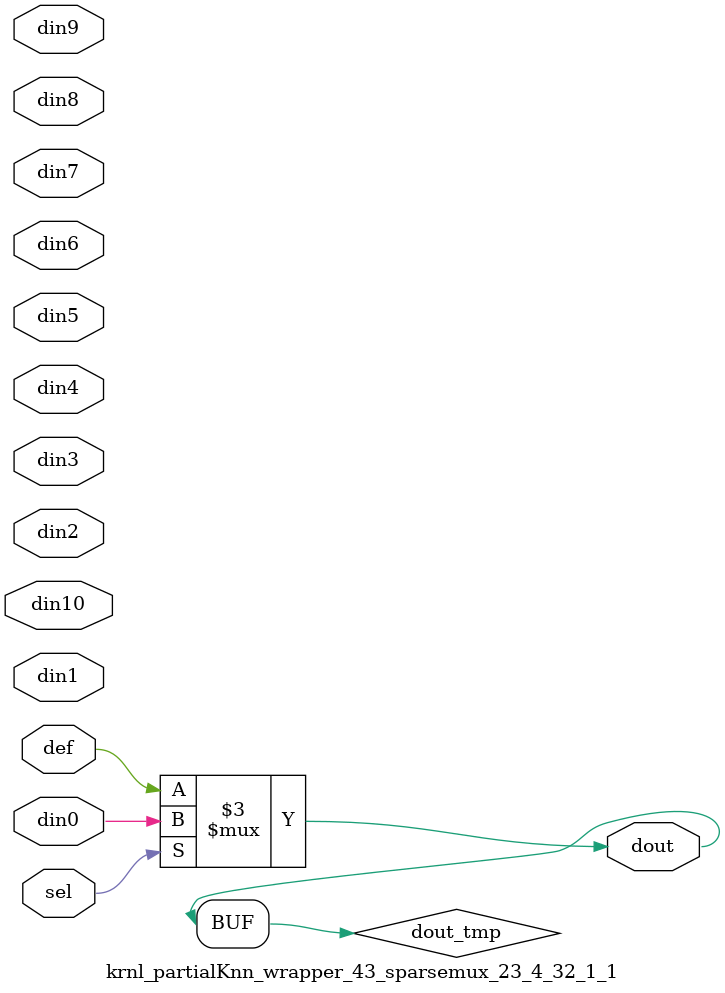
<source format=v>
`timescale 1 ns / 1 ps
module krnl_partialKnn_wrapper_43_sparsemux_23_4_32_1_1 (din0,din1,din2,din3,din4,din5,din6,din7,din8,din9,din10,def,sel,dout);
parameter din0_WIDTH = 1;
parameter din1_WIDTH = 1;
parameter din2_WIDTH = 1;
parameter din3_WIDTH = 1;
parameter din4_WIDTH = 1;
parameter din5_WIDTH = 1;
parameter din6_WIDTH = 1;
parameter din7_WIDTH = 1;
parameter din8_WIDTH = 1;
parameter din9_WIDTH = 1;
parameter din10_WIDTH = 1;
parameter def_WIDTH = 1;
parameter sel_WIDTH = 1;
parameter dout_WIDTH = 1;
parameter [sel_WIDTH-1:0] CASE0 = 1;
parameter [sel_WIDTH-1:0] CASE1 = 1;
parameter [sel_WIDTH-1:0] CASE2 = 1;
parameter [sel_WIDTH-1:0] CASE3 = 1;
parameter [sel_WIDTH-1:0] CASE4 = 1;
parameter [sel_WIDTH-1:0] CASE5 = 1;
parameter [sel_WIDTH-1:0] CASE6 = 1;
parameter [sel_WIDTH-1:0] CASE7 = 1;
parameter [sel_WIDTH-1:0] CASE8 = 1;
parameter [sel_WIDTH-1:0] CASE9 = 1;
parameter [sel_WIDTH-1:0] CASE10 = 1;
parameter ID = 1;
parameter NUM_STAGE = 1;
input [din0_WIDTH-1:0] din0;
input [din1_WIDTH-1:0] din1;
input [din2_WIDTH-1:0] din2;
input [din3_WIDTH-1:0] din3;
input [din4_WIDTH-1:0] din4;
input [din5_WIDTH-1:0] din5;
input [din6_WIDTH-1:0] din6;
input [din7_WIDTH-1:0] din7;
input [din8_WIDTH-1:0] din8;
input [din9_WIDTH-1:0] din9;
input [din10_WIDTH-1:0] din10;
input [def_WIDTH-1:0] def;
input [sel_WIDTH-1:0] sel;
output [dout_WIDTH-1:0] dout;
reg [dout_WIDTH-1:0] dout_tmp;
always @ (*) begin
case (sel)
    
    CASE0 : dout_tmp = din0;
    
    CASE1 : dout_tmp = din1;
    
    CASE2 : dout_tmp = din2;
    
    CASE3 : dout_tmp = din3;
    
    CASE4 : dout_tmp = din4;
    
    CASE5 : dout_tmp = din5;
    
    CASE6 : dout_tmp = din6;
    
    CASE7 : dout_tmp = din7;
    
    CASE8 : dout_tmp = din8;
    
    CASE9 : dout_tmp = din9;
    
    CASE10 : dout_tmp = din10;
    
    default : dout_tmp = def;
endcase
end
assign dout = dout_tmp;
endmodule
</source>
